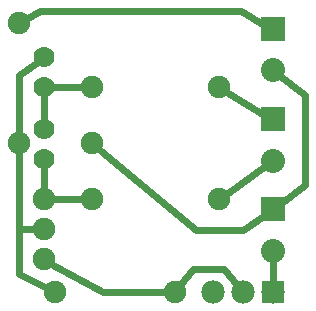
<source format=gtl>
G04 MADE WITH FRITZING*
G04 WWW.FRITZING.ORG*
G04 DOUBLE SIDED*
G04 HOLES PLATED*
G04 CONTOUR ON CENTER OF CONTOUR VECTOR*
%ASAXBY*%
%FSLAX23Y23*%
%MOIN*%
%OFA0B0*%
%SFA1.0B1.0*%
%ADD10C,0.078000*%
%ADD11C,0.075000*%
%ADD12C,0.070000*%
%ADD13C,0.080000*%
%ADD14C,0.075118*%
%ADD15C,0.074803*%
%ADD16R,0.078000X0.078000*%
%ADD17R,0.080000X0.080000*%
%ADD18C,0.024000*%
%LNCOPPER1*%
G90*
G70*
G54D10*
X933Y102D03*
X833Y102D03*
X733Y102D03*
G54D11*
X208Y101D03*
X608Y101D03*
X87Y597D03*
X87Y997D03*
X171Y410D03*
X171Y310D03*
X171Y210D03*
G54D12*
X172Y884D03*
X172Y784D03*
X172Y546D03*
X172Y646D03*
G54D13*
X933Y677D03*
X933Y539D03*
X933Y977D03*
X933Y840D03*
X933Y377D03*
X933Y239D03*
G54D14*
X753Y784D03*
X332Y784D03*
X332Y410D03*
X753Y410D03*
X753Y784D03*
X332Y784D03*
X332Y410D03*
X753Y410D03*
G54D15*
X331Y597D03*
G54D16*
X933Y102D03*
G54D17*
X933Y677D03*
X933Y977D03*
X933Y377D03*
G54D18*
X87Y310D02*
X142Y310D01*
D02*
X87Y569D02*
X87Y310D01*
D02*
X88Y163D02*
X88Y310D01*
D02*
X88Y310D02*
X142Y310D01*
D02*
X182Y114D02*
X88Y163D01*
D02*
X87Y826D02*
X151Y869D01*
D02*
X87Y626D02*
X87Y826D01*
D02*
X668Y178D02*
X625Y124D01*
D02*
X770Y178D02*
X668Y178D01*
D02*
X813Y125D02*
X770Y178D01*
D02*
X368Y101D02*
X579Y101D01*
D02*
X196Y196D02*
X368Y101D01*
D02*
X158Y1039D02*
X112Y1012D01*
D02*
X828Y1039D02*
X158Y1039D01*
D02*
X906Y993D02*
X828Y1039D01*
D02*
X199Y784D02*
X293Y784D01*
D02*
X172Y672D02*
X172Y758D01*
D02*
X835Y309D02*
X678Y309D01*
D02*
X678Y309D02*
X361Y573D01*
D02*
X908Y359D02*
X835Y309D01*
D02*
X1040Y457D02*
X1040Y757D01*
D02*
X1040Y757D02*
X957Y821D01*
D02*
X958Y396D02*
X1040Y457D01*
D02*
X200Y410D02*
X293Y410D01*
D02*
X171Y439D02*
X172Y520D01*
D02*
X906Y693D02*
X786Y764D01*
D02*
X908Y521D02*
X784Y432D01*
D02*
X933Y132D02*
X933Y208D01*
G04 End of Copper1*
M02*
</source>
